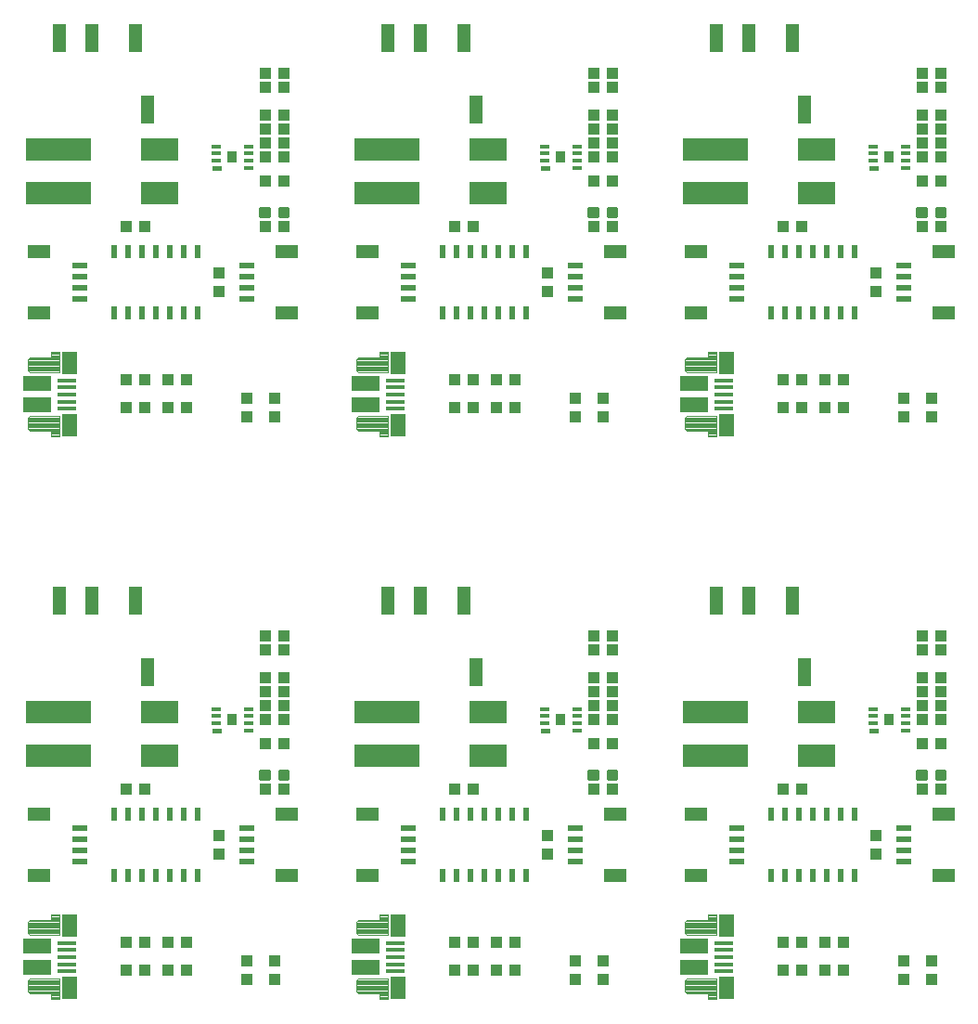
<source format=gtp>
G75*
%MOIN*%
%OFA0B0*%
%FSLAX25Y25*%
%IPPOS*%
%LPD*%
%AMOC8*
5,1,8,0,0,1.08239X$1,22.5*
%
%ADD10R,0.07874X0.04724*%
%ADD11R,0.05315X0.02362*%
%ADD12R,0.04331X0.03937*%
%ADD13C,0.01181*%
%ADD14R,0.03937X0.04331*%
%ADD15R,0.05748X0.07874*%
%ADD16R,0.09843X0.05610*%
%ADD17C,0.00400*%
%ADD18C,0.00197*%
%ADD19R,0.03543X0.03937*%
%ADD20R,0.03346X0.01378*%
%ADD21C,0.00138*%
%ADD22R,0.02362X0.04724*%
%ADD23R,0.13780X0.07874*%
%ADD24R,0.23622X0.07874*%
%ADD25R,0.04724X0.09843*%
D10*
X0050281Y0097476D03*
X0050281Y0119524D03*
X0139219Y0119524D03*
X0139219Y0097476D03*
X0168281Y0097476D03*
X0168281Y0119524D03*
X0257219Y0119524D03*
X0257219Y0097476D03*
X0286281Y0097476D03*
X0286281Y0119524D03*
X0375219Y0119524D03*
X0375219Y0097476D03*
X0375219Y0299476D03*
X0375219Y0321524D03*
X0286281Y0321524D03*
X0286281Y0299476D03*
X0257219Y0299476D03*
X0257219Y0321524D03*
X0168281Y0321524D03*
X0168281Y0299476D03*
X0139219Y0299476D03*
X0139219Y0321524D03*
X0050281Y0321524D03*
X0050281Y0299476D03*
D11*
X0064750Y0304594D03*
X0064750Y0308531D03*
X0064750Y0312469D03*
X0064750Y0316406D03*
X0124750Y0316406D03*
X0124750Y0312469D03*
X0124750Y0308531D03*
X0124750Y0304594D03*
X0182750Y0304594D03*
X0182750Y0308531D03*
X0182750Y0312469D03*
X0182750Y0316406D03*
X0242750Y0316406D03*
X0242750Y0312469D03*
X0242750Y0308531D03*
X0242750Y0304594D03*
X0300750Y0304594D03*
X0300750Y0308531D03*
X0300750Y0312469D03*
X0300750Y0316406D03*
X0360750Y0316406D03*
X0360750Y0312469D03*
X0360750Y0308531D03*
X0360750Y0304594D03*
X0360750Y0114406D03*
X0360750Y0110469D03*
X0360750Y0106531D03*
X0360750Y0102594D03*
X0300750Y0102594D03*
X0300750Y0106531D03*
X0300750Y0110469D03*
X0300750Y0114406D03*
X0242750Y0114406D03*
X0242750Y0110469D03*
X0242750Y0106531D03*
X0242750Y0102594D03*
X0182750Y0102594D03*
X0182750Y0106531D03*
X0182750Y0110469D03*
X0182750Y0114406D03*
X0124750Y0114406D03*
X0124750Y0110469D03*
X0124750Y0106531D03*
X0124750Y0102594D03*
X0064750Y0102594D03*
X0064750Y0106531D03*
X0064750Y0110469D03*
X0064750Y0114406D03*
D12*
X0081404Y0128500D03*
X0088096Y0128500D03*
X0131404Y0128500D03*
X0138096Y0128500D03*
X0138096Y0145000D03*
X0131404Y0145000D03*
X0131404Y0153500D03*
X0131404Y0158500D03*
X0131404Y0163500D03*
X0131404Y0168500D03*
X0138096Y0168500D03*
X0138096Y0163500D03*
X0138096Y0158500D03*
X0138096Y0153500D03*
X0138096Y0178500D03*
X0138096Y0183500D03*
X0131404Y0183500D03*
X0131404Y0178500D03*
X0199404Y0128500D03*
X0206096Y0128500D03*
X0249404Y0128500D03*
X0256096Y0128500D03*
X0256096Y0145000D03*
X0249404Y0145000D03*
X0249404Y0153500D03*
X0249404Y0158500D03*
X0249404Y0163500D03*
X0249404Y0168500D03*
X0256096Y0168500D03*
X0256096Y0163500D03*
X0256096Y0158500D03*
X0256096Y0153500D03*
X0256096Y0178500D03*
X0256096Y0183500D03*
X0249404Y0183500D03*
X0249404Y0178500D03*
X0317404Y0128500D03*
X0324096Y0128500D03*
X0367404Y0128500D03*
X0374096Y0128500D03*
X0374096Y0145000D03*
X0367404Y0145000D03*
X0367404Y0153500D03*
X0367404Y0158500D03*
X0367404Y0163500D03*
X0367404Y0168500D03*
X0374096Y0168500D03*
X0374096Y0163500D03*
X0374096Y0158500D03*
X0374096Y0153500D03*
X0374096Y0178500D03*
X0374096Y0183500D03*
X0367404Y0183500D03*
X0367404Y0178500D03*
X0339096Y0265500D03*
X0332404Y0265500D03*
X0324096Y0265500D03*
X0317404Y0265500D03*
X0317404Y0275500D03*
X0324096Y0275500D03*
X0332404Y0275500D03*
X0339096Y0275500D03*
X0324096Y0330500D03*
X0317404Y0330500D03*
X0367404Y0330500D03*
X0374096Y0330500D03*
X0374096Y0347000D03*
X0367404Y0347000D03*
X0367404Y0355500D03*
X0367404Y0360500D03*
X0367404Y0365500D03*
X0367404Y0370500D03*
X0374096Y0370500D03*
X0374096Y0365500D03*
X0374096Y0360500D03*
X0374096Y0355500D03*
X0374096Y0380500D03*
X0374096Y0385500D03*
X0367404Y0385500D03*
X0367404Y0380500D03*
X0256096Y0380500D03*
X0256096Y0385500D03*
X0249404Y0385500D03*
X0249404Y0380500D03*
X0249404Y0370500D03*
X0249404Y0365500D03*
X0249404Y0360500D03*
X0249404Y0355500D03*
X0256096Y0355500D03*
X0256096Y0360500D03*
X0256096Y0365500D03*
X0256096Y0370500D03*
X0256096Y0347000D03*
X0249404Y0347000D03*
X0249404Y0330500D03*
X0256096Y0330500D03*
X0206096Y0330500D03*
X0199404Y0330500D03*
X0199404Y0275500D03*
X0206096Y0275500D03*
X0214404Y0275500D03*
X0221096Y0275500D03*
X0221096Y0265500D03*
X0214404Y0265500D03*
X0206096Y0265500D03*
X0199404Y0265500D03*
X0138096Y0330500D03*
X0131404Y0330500D03*
X0131404Y0347000D03*
X0138096Y0347000D03*
X0138096Y0355500D03*
X0138096Y0360500D03*
X0138096Y0365500D03*
X0138096Y0370500D03*
X0131404Y0370500D03*
X0131404Y0365500D03*
X0131404Y0360500D03*
X0131404Y0355500D03*
X0131404Y0380500D03*
X0131404Y0385500D03*
X0138096Y0385500D03*
X0138096Y0380500D03*
X0088096Y0330500D03*
X0081404Y0330500D03*
X0081404Y0275500D03*
X0088096Y0275500D03*
X0096404Y0275500D03*
X0103096Y0275500D03*
X0103096Y0265500D03*
X0096404Y0265500D03*
X0088096Y0265500D03*
X0081404Y0265500D03*
X0081404Y0073500D03*
X0088096Y0073500D03*
X0096404Y0073500D03*
X0103096Y0073500D03*
X0103096Y0063500D03*
X0096404Y0063500D03*
X0088096Y0063500D03*
X0081404Y0063500D03*
X0199404Y0063500D03*
X0206096Y0063500D03*
X0214404Y0063500D03*
X0221096Y0063500D03*
X0221096Y0073500D03*
X0214404Y0073500D03*
X0206096Y0073500D03*
X0199404Y0073500D03*
X0317404Y0073500D03*
X0324096Y0073500D03*
X0332404Y0073500D03*
X0339096Y0073500D03*
X0339096Y0063500D03*
X0332404Y0063500D03*
X0324096Y0063500D03*
X0317404Y0063500D03*
D13*
X0368675Y0132122D02*
X0368675Y0134878D01*
X0368675Y0132122D02*
X0365919Y0132122D01*
X0365919Y0134878D01*
X0368675Y0134878D01*
X0368675Y0133302D02*
X0365919Y0133302D01*
X0365919Y0134482D02*
X0368675Y0134482D01*
X0375581Y0134878D02*
X0375581Y0132122D01*
X0372825Y0132122D01*
X0372825Y0134878D01*
X0375581Y0134878D01*
X0375581Y0133302D02*
X0372825Y0133302D01*
X0372825Y0134482D02*
X0375581Y0134482D01*
X0257581Y0134878D02*
X0257581Y0132122D01*
X0254825Y0132122D01*
X0254825Y0134878D01*
X0257581Y0134878D01*
X0257581Y0133302D02*
X0254825Y0133302D01*
X0254825Y0134482D02*
X0257581Y0134482D01*
X0250675Y0134878D02*
X0250675Y0132122D01*
X0247919Y0132122D01*
X0247919Y0134878D01*
X0250675Y0134878D01*
X0250675Y0133302D02*
X0247919Y0133302D01*
X0247919Y0134482D02*
X0250675Y0134482D01*
X0139581Y0134878D02*
X0139581Y0132122D01*
X0136825Y0132122D01*
X0136825Y0134878D01*
X0139581Y0134878D01*
X0139581Y0133302D02*
X0136825Y0133302D01*
X0136825Y0134482D02*
X0139581Y0134482D01*
X0132675Y0134878D02*
X0132675Y0132122D01*
X0129919Y0132122D01*
X0129919Y0134878D01*
X0132675Y0134878D01*
X0132675Y0133302D02*
X0129919Y0133302D01*
X0129919Y0134482D02*
X0132675Y0134482D01*
X0132675Y0334122D02*
X0132675Y0336878D01*
X0132675Y0334122D02*
X0129919Y0334122D01*
X0129919Y0336878D01*
X0132675Y0336878D01*
X0132675Y0335302D02*
X0129919Y0335302D01*
X0129919Y0336482D02*
X0132675Y0336482D01*
X0139581Y0336878D02*
X0139581Y0334122D01*
X0136825Y0334122D01*
X0136825Y0336878D01*
X0139581Y0336878D01*
X0139581Y0335302D02*
X0136825Y0335302D01*
X0136825Y0336482D02*
X0139581Y0336482D01*
X0250675Y0336878D02*
X0250675Y0334122D01*
X0247919Y0334122D01*
X0247919Y0336878D01*
X0250675Y0336878D01*
X0250675Y0335302D02*
X0247919Y0335302D01*
X0247919Y0336482D02*
X0250675Y0336482D01*
X0257581Y0336878D02*
X0257581Y0334122D01*
X0254825Y0334122D01*
X0254825Y0336878D01*
X0257581Y0336878D01*
X0257581Y0335302D02*
X0254825Y0335302D01*
X0254825Y0336482D02*
X0257581Y0336482D01*
X0368675Y0336878D02*
X0368675Y0334122D01*
X0365919Y0334122D01*
X0365919Y0336878D01*
X0368675Y0336878D01*
X0368675Y0335302D02*
X0365919Y0335302D01*
X0365919Y0336482D02*
X0368675Y0336482D01*
X0375581Y0336878D02*
X0375581Y0334122D01*
X0372825Y0334122D01*
X0372825Y0336878D01*
X0375581Y0336878D01*
X0375581Y0335302D02*
X0372825Y0335302D01*
X0372825Y0336482D02*
X0375581Y0336482D01*
D14*
X0350750Y0313846D03*
X0350750Y0307154D03*
X0360750Y0268846D03*
X0360750Y0262154D03*
X0370750Y0262154D03*
X0370750Y0268846D03*
X0252750Y0268846D03*
X0252750Y0262154D03*
X0242750Y0262154D03*
X0242750Y0268846D03*
X0232750Y0307154D03*
X0232750Y0313846D03*
X0134750Y0268846D03*
X0134750Y0262154D03*
X0124750Y0262154D03*
X0124750Y0268846D03*
X0114750Y0307154D03*
X0114750Y0313846D03*
X0114750Y0111846D03*
X0114750Y0105154D03*
X0124750Y0066846D03*
X0124750Y0060154D03*
X0134750Y0060154D03*
X0134750Y0066846D03*
X0232750Y0105154D03*
X0232750Y0111846D03*
X0242750Y0066846D03*
X0242750Y0060154D03*
X0252750Y0060154D03*
X0252750Y0066846D03*
X0350750Y0105154D03*
X0350750Y0111846D03*
X0360750Y0066846D03*
X0360750Y0060154D03*
X0370750Y0060154D03*
X0370750Y0066846D03*
D15*
X0297073Y0057354D03*
X0297073Y0079498D03*
X0179073Y0079498D03*
X0179073Y0057354D03*
X0061073Y0057354D03*
X0061073Y0079498D03*
X0061073Y0259354D03*
X0061073Y0281498D03*
X0179073Y0281498D03*
X0179073Y0259354D03*
X0297073Y0259354D03*
X0297073Y0281498D03*
D16*
X0285439Y0274353D03*
X0285428Y0266578D03*
X0167428Y0266578D03*
X0167439Y0274353D03*
X0049439Y0274353D03*
X0049428Y0266578D03*
X0049439Y0072353D03*
X0049428Y0064578D03*
X0167428Y0064578D03*
X0167439Y0072353D03*
X0285439Y0072353D03*
X0285428Y0064578D03*
D17*
X0057430Y0053170D02*
X0054330Y0053170D01*
X0054330Y0055070D01*
X0054322Y0055108D01*
X0054301Y0055141D01*
X0054268Y0055162D01*
X0054230Y0055170D01*
X0047330Y0055170D01*
X0047063Y0055200D01*
X0046809Y0055289D01*
X0046582Y0055432D01*
X0046392Y0055622D01*
X0046249Y0055849D01*
X0046160Y0056103D01*
X0046130Y0056370D01*
X0046130Y0059270D01*
X0046163Y0059559D01*
X0046259Y0059834D01*
X0046414Y0060081D01*
X0046619Y0060286D01*
X0046866Y0060441D01*
X0047141Y0060537D01*
X0047430Y0060570D01*
X0057430Y0060570D01*
X0057430Y0053170D01*
X0057430Y0053208D02*
X0054330Y0053208D01*
X0054330Y0053606D02*
X0057430Y0053606D01*
X0057430Y0054005D02*
X0054330Y0054005D01*
X0054330Y0054403D02*
X0057430Y0054403D01*
X0057430Y0054802D02*
X0054330Y0054802D01*
X0057430Y0055200D02*
X0047062Y0055200D01*
X0046415Y0055599D02*
X0057430Y0055599D01*
X0057430Y0055997D02*
X0046197Y0055997D01*
X0046130Y0056396D02*
X0057430Y0056396D01*
X0057430Y0056794D02*
X0046130Y0056794D01*
X0046130Y0057193D02*
X0057430Y0057193D01*
X0057430Y0057591D02*
X0046130Y0057591D01*
X0046130Y0057990D02*
X0057430Y0057990D01*
X0057430Y0058388D02*
X0046130Y0058388D01*
X0046130Y0058787D02*
X0057430Y0058787D01*
X0057430Y0059185D02*
X0046130Y0059185D01*
X0046171Y0059584D02*
X0057430Y0059584D01*
X0057430Y0059982D02*
X0046352Y0059982D01*
X0046770Y0060381D02*
X0057430Y0060381D01*
X0057430Y0076233D02*
X0047430Y0076233D01*
X0047141Y0076266D01*
X0046866Y0076362D01*
X0046619Y0076517D01*
X0046414Y0076723D01*
X0046259Y0076969D01*
X0046163Y0077244D01*
X0046130Y0077533D01*
X0046130Y0080433D01*
X0046160Y0080700D01*
X0046249Y0080954D01*
X0046392Y0081181D01*
X0046582Y0081371D01*
X0046809Y0081514D01*
X0047063Y0081603D01*
X0047330Y0081633D01*
X0054230Y0081633D01*
X0054268Y0081641D01*
X0054301Y0081662D01*
X0054322Y0081695D01*
X0054330Y0081733D01*
X0054330Y0083633D01*
X0057430Y0083633D01*
X0057430Y0076233D01*
X0057430Y0076321D02*
X0046982Y0076321D01*
X0046416Y0076720D02*
X0057430Y0076720D01*
X0057430Y0077118D02*
X0046207Y0077118D01*
X0046132Y0077517D02*
X0057430Y0077517D01*
X0057430Y0077915D02*
X0046130Y0077915D01*
X0046130Y0078314D02*
X0057430Y0078314D01*
X0057430Y0078712D02*
X0046130Y0078712D01*
X0046130Y0079111D02*
X0057430Y0079111D01*
X0057430Y0079509D02*
X0046130Y0079509D01*
X0046130Y0079908D02*
X0057430Y0079908D01*
X0057430Y0080306D02*
X0046130Y0080306D01*
X0046162Y0080705D02*
X0057430Y0080705D01*
X0057430Y0081103D02*
X0046343Y0081103D01*
X0046790Y0081502D02*
X0057430Y0081502D01*
X0057430Y0081901D02*
X0054330Y0081901D01*
X0054330Y0082299D02*
X0057430Y0082299D01*
X0057430Y0082698D02*
X0054330Y0082698D01*
X0054330Y0083096D02*
X0057430Y0083096D01*
X0057430Y0083495D02*
X0054330Y0083495D01*
X0164130Y0080433D02*
X0164130Y0077533D01*
X0164163Y0077244D01*
X0164259Y0076969D01*
X0164414Y0076723D01*
X0164619Y0076517D01*
X0164866Y0076362D01*
X0165141Y0076266D01*
X0165430Y0076233D01*
X0175430Y0076233D01*
X0175430Y0083633D01*
X0172330Y0083633D01*
X0172330Y0081733D01*
X0172322Y0081695D01*
X0172301Y0081662D01*
X0172268Y0081641D01*
X0172230Y0081633D01*
X0165330Y0081633D01*
X0165063Y0081603D01*
X0164809Y0081514D01*
X0164582Y0081371D01*
X0164392Y0081181D01*
X0164249Y0080954D01*
X0164160Y0080700D01*
X0164130Y0080433D01*
X0164130Y0080306D02*
X0175430Y0080306D01*
X0175430Y0079908D02*
X0164130Y0079908D01*
X0164130Y0079509D02*
X0175430Y0079509D01*
X0175430Y0079111D02*
X0164130Y0079111D01*
X0164130Y0078712D02*
X0175430Y0078712D01*
X0175430Y0078314D02*
X0164130Y0078314D01*
X0164130Y0077915D02*
X0175430Y0077915D01*
X0175430Y0077517D02*
X0164132Y0077517D01*
X0164207Y0077118D02*
X0175430Y0077118D01*
X0175430Y0076720D02*
X0164416Y0076720D01*
X0164982Y0076321D02*
X0175430Y0076321D01*
X0175430Y0080705D02*
X0164162Y0080705D01*
X0164343Y0081103D02*
X0175430Y0081103D01*
X0175430Y0081502D02*
X0164790Y0081502D01*
X0172330Y0081901D02*
X0175430Y0081901D01*
X0175430Y0082299D02*
X0172330Y0082299D01*
X0172330Y0082698D02*
X0175430Y0082698D01*
X0175430Y0083096D02*
X0172330Y0083096D01*
X0172330Y0083495D02*
X0175430Y0083495D01*
X0175430Y0060570D02*
X0165430Y0060570D01*
X0165141Y0060537D01*
X0164866Y0060441D01*
X0164619Y0060286D01*
X0164414Y0060081D01*
X0164259Y0059834D01*
X0164163Y0059559D01*
X0164130Y0059270D01*
X0164130Y0056370D01*
X0164160Y0056103D01*
X0164249Y0055849D01*
X0164392Y0055622D01*
X0164582Y0055432D01*
X0164809Y0055289D01*
X0165063Y0055200D01*
X0165330Y0055170D01*
X0172230Y0055170D01*
X0172268Y0055162D01*
X0172301Y0055141D01*
X0172322Y0055108D01*
X0172330Y0055070D01*
X0172330Y0053170D01*
X0175430Y0053170D01*
X0175430Y0060570D01*
X0175430Y0060381D02*
X0164770Y0060381D01*
X0164352Y0059982D02*
X0175430Y0059982D01*
X0175430Y0059584D02*
X0164171Y0059584D01*
X0164130Y0059185D02*
X0175430Y0059185D01*
X0175430Y0058787D02*
X0164130Y0058787D01*
X0164130Y0058388D02*
X0175430Y0058388D01*
X0175430Y0057990D02*
X0164130Y0057990D01*
X0164130Y0057591D02*
X0175430Y0057591D01*
X0175430Y0057193D02*
X0164130Y0057193D01*
X0164130Y0056794D02*
X0175430Y0056794D01*
X0175430Y0056396D02*
X0164130Y0056396D01*
X0164197Y0055997D02*
X0175430Y0055997D01*
X0175430Y0055599D02*
X0164415Y0055599D01*
X0165062Y0055200D02*
X0175430Y0055200D01*
X0175430Y0054802D02*
X0172330Y0054802D01*
X0172330Y0054403D02*
X0175430Y0054403D01*
X0175430Y0054005D02*
X0172330Y0054005D01*
X0172330Y0053606D02*
X0175430Y0053606D01*
X0175430Y0053208D02*
X0172330Y0053208D01*
X0282130Y0056370D02*
X0282160Y0056103D01*
X0282249Y0055849D01*
X0282392Y0055622D01*
X0282582Y0055432D01*
X0282809Y0055289D01*
X0283063Y0055200D01*
X0283330Y0055170D01*
X0290230Y0055170D01*
X0290268Y0055162D01*
X0290301Y0055141D01*
X0290322Y0055108D01*
X0290330Y0055070D01*
X0290330Y0053170D01*
X0293430Y0053170D01*
X0293430Y0060570D01*
X0283430Y0060570D01*
X0283141Y0060537D01*
X0282866Y0060441D01*
X0282619Y0060286D01*
X0282414Y0060081D01*
X0282259Y0059834D01*
X0282163Y0059559D01*
X0282130Y0059270D01*
X0282130Y0056370D01*
X0282130Y0056396D02*
X0293430Y0056396D01*
X0293430Y0056794D02*
X0282130Y0056794D01*
X0282130Y0057193D02*
X0293430Y0057193D01*
X0293430Y0057591D02*
X0282130Y0057591D01*
X0282130Y0057990D02*
X0293430Y0057990D01*
X0293430Y0058388D02*
X0282130Y0058388D01*
X0282130Y0058787D02*
X0293430Y0058787D01*
X0293430Y0059185D02*
X0282130Y0059185D01*
X0282171Y0059584D02*
X0293430Y0059584D01*
X0293430Y0059982D02*
X0282352Y0059982D01*
X0282770Y0060381D02*
X0293430Y0060381D01*
X0293430Y0055997D02*
X0282197Y0055997D01*
X0282415Y0055599D02*
X0293430Y0055599D01*
X0293430Y0055200D02*
X0283062Y0055200D01*
X0290330Y0054802D02*
X0293430Y0054802D01*
X0293430Y0054403D02*
X0290330Y0054403D01*
X0290330Y0054005D02*
X0293430Y0054005D01*
X0293430Y0053606D02*
X0290330Y0053606D01*
X0290330Y0053208D02*
X0293430Y0053208D01*
X0293430Y0076233D02*
X0283430Y0076233D01*
X0283141Y0076266D01*
X0282866Y0076362D01*
X0282619Y0076517D01*
X0282414Y0076723D01*
X0282259Y0076969D01*
X0282163Y0077244D01*
X0282130Y0077533D01*
X0282130Y0080433D01*
X0282160Y0080700D01*
X0282249Y0080954D01*
X0282392Y0081181D01*
X0282582Y0081371D01*
X0282809Y0081514D01*
X0283063Y0081603D01*
X0283330Y0081633D01*
X0290230Y0081633D01*
X0290268Y0081641D01*
X0290301Y0081662D01*
X0290322Y0081695D01*
X0290330Y0081733D01*
X0290330Y0083633D01*
X0293430Y0083633D01*
X0293430Y0076233D01*
X0293430Y0076321D02*
X0282982Y0076321D01*
X0282416Y0076720D02*
X0293430Y0076720D01*
X0293430Y0077118D02*
X0282207Y0077118D01*
X0282132Y0077517D02*
X0293430Y0077517D01*
X0293430Y0077915D02*
X0282130Y0077915D01*
X0282130Y0078314D02*
X0293430Y0078314D01*
X0293430Y0078712D02*
X0282130Y0078712D01*
X0282130Y0079111D02*
X0293430Y0079111D01*
X0293430Y0079509D02*
X0282130Y0079509D01*
X0282130Y0079908D02*
X0293430Y0079908D01*
X0293430Y0080306D02*
X0282130Y0080306D01*
X0282162Y0080705D02*
X0293430Y0080705D01*
X0293430Y0081103D02*
X0282343Y0081103D01*
X0282790Y0081502D02*
X0293430Y0081502D01*
X0293430Y0081901D02*
X0290330Y0081901D01*
X0290330Y0082299D02*
X0293430Y0082299D01*
X0293430Y0082698D02*
X0290330Y0082698D01*
X0290330Y0083096D02*
X0293430Y0083096D01*
X0293430Y0083495D02*
X0290330Y0083495D01*
X0290330Y0255170D02*
X0293430Y0255170D01*
X0293430Y0262570D01*
X0283430Y0262570D01*
X0283141Y0262537D01*
X0282866Y0262441D01*
X0282619Y0262286D01*
X0282414Y0262081D01*
X0282259Y0261834D01*
X0282163Y0261559D01*
X0282130Y0261270D01*
X0282130Y0258370D01*
X0282160Y0258103D01*
X0282249Y0257849D01*
X0282392Y0257622D01*
X0282582Y0257432D01*
X0282809Y0257289D01*
X0283063Y0257200D01*
X0283330Y0257170D01*
X0290230Y0257170D01*
X0290268Y0257162D01*
X0290301Y0257141D01*
X0290322Y0257108D01*
X0290330Y0257070D01*
X0290330Y0255170D01*
X0290330Y0255253D02*
X0293430Y0255253D01*
X0293430Y0255651D02*
X0290330Y0255651D01*
X0290330Y0256050D02*
X0293430Y0256050D01*
X0293430Y0256448D02*
X0290330Y0256448D01*
X0290330Y0256847D02*
X0293430Y0256847D01*
X0293430Y0257245D02*
X0282933Y0257245D01*
X0282378Y0257644D02*
X0293430Y0257644D01*
X0293430Y0258043D02*
X0282181Y0258043D01*
X0282130Y0258441D02*
X0293430Y0258441D01*
X0293430Y0258840D02*
X0282130Y0258840D01*
X0282130Y0259238D02*
X0293430Y0259238D01*
X0293430Y0259637D02*
X0282130Y0259637D01*
X0282130Y0260035D02*
X0293430Y0260035D01*
X0293430Y0260434D02*
X0282130Y0260434D01*
X0282130Y0260832D02*
X0293430Y0260832D01*
X0293430Y0261231D02*
X0282130Y0261231D01*
X0282187Y0261629D02*
X0293430Y0261629D01*
X0293430Y0262028D02*
X0282380Y0262028D01*
X0282842Y0262426D02*
X0293430Y0262426D01*
X0293430Y0278233D02*
X0283430Y0278233D01*
X0283141Y0278266D01*
X0282866Y0278362D01*
X0282619Y0278517D01*
X0282414Y0278723D01*
X0282259Y0278969D01*
X0282163Y0279244D01*
X0282130Y0279533D01*
X0282130Y0282433D01*
X0282160Y0282700D01*
X0282249Y0282954D01*
X0282392Y0283181D01*
X0282582Y0283371D01*
X0282809Y0283514D01*
X0283063Y0283603D01*
X0283330Y0283633D01*
X0290230Y0283633D01*
X0290268Y0283641D01*
X0290301Y0283662D01*
X0290322Y0283695D01*
X0290330Y0283733D01*
X0290330Y0285633D01*
X0293430Y0285633D01*
X0293430Y0278233D01*
X0293430Y0278367D02*
X0282858Y0278367D01*
X0282387Y0278765D02*
X0293430Y0278765D01*
X0293430Y0279164D02*
X0282191Y0279164D01*
X0282130Y0279562D02*
X0293430Y0279562D01*
X0293430Y0279961D02*
X0282130Y0279961D01*
X0282130Y0280359D02*
X0293430Y0280359D01*
X0293430Y0280758D02*
X0282130Y0280758D01*
X0282130Y0281156D02*
X0293430Y0281156D01*
X0293430Y0281555D02*
X0282130Y0281555D01*
X0282130Y0281953D02*
X0293430Y0281953D01*
X0293430Y0282352D02*
X0282130Y0282352D01*
X0282178Y0282750D02*
X0293430Y0282750D01*
X0293430Y0283149D02*
X0282371Y0283149D01*
X0282903Y0283547D02*
X0293430Y0283547D01*
X0293430Y0283946D02*
X0290330Y0283946D01*
X0290330Y0284344D02*
X0293430Y0284344D01*
X0293430Y0284743D02*
X0290330Y0284743D01*
X0290330Y0285141D02*
X0293430Y0285141D01*
X0293430Y0285540D02*
X0290330Y0285540D01*
X0175430Y0285540D02*
X0172330Y0285540D01*
X0172330Y0285633D02*
X0175430Y0285633D01*
X0175430Y0278233D01*
X0165430Y0278233D01*
X0165141Y0278266D01*
X0164866Y0278362D01*
X0164619Y0278517D01*
X0164414Y0278723D01*
X0164259Y0278969D01*
X0164163Y0279244D01*
X0164130Y0279533D01*
X0164130Y0282433D01*
X0164160Y0282700D01*
X0164249Y0282954D01*
X0164392Y0283181D01*
X0164582Y0283371D01*
X0164809Y0283514D01*
X0165063Y0283603D01*
X0165330Y0283633D01*
X0172230Y0283633D01*
X0172268Y0283641D01*
X0172301Y0283662D01*
X0172322Y0283695D01*
X0172330Y0283733D01*
X0172330Y0285633D01*
X0172330Y0285141D02*
X0175430Y0285141D01*
X0175430Y0284743D02*
X0172330Y0284743D01*
X0172330Y0284344D02*
X0175430Y0284344D01*
X0175430Y0283946D02*
X0172330Y0283946D01*
X0175430Y0283547D02*
X0164903Y0283547D01*
X0164371Y0283149D02*
X0175430Y0283149D01*
X0175430Y0282750D02*
X0164178Y0282750D01*
X0164130Y0282352D02*
X0175430Y0282352D01*
X0175430Y0281953D02*
X0164130Y0281953D01*
X0164130Y0281555D02*
X0175430Y0281555D01*
X0175430Y0281156D02*
X0164130Y0281156D01*
X0164130Y0280758D02*
X0175430Y0280758D01*
X0175430Y0280359D02*
X0164130Y0280359D01*
X0164130Y0279961D02*
X0175430Y0279961D01*
X0175430Y0279562D02*
X0164130Y0279562D01*
X0164191Y0279164D02*
X0175430Y0279164D01*
X0175430Y0278765D02*
X0164387Y0278765D01*
X0164858Y0278367D02*
X0175430Y0278367D01*
X0175430Y0262570D02*
X0165430Y0262570D01*
X0165141Y0262537D01*
X0164866Y0262441D01*
X0164619Y0262286D01*
X0164414Y0262081D01*
X0164259Y0261834D01*
X0164163Y0261559D01*
X0164130Y0261270D01*
X0164130Y0258370D01*
X0164160Y0258103D01*
X0164249Y0257849D01*
X0164392Y0257622D01*
X0164582Y0257432D01*
X0164809Y0257289D01*
X0165063Y0257200D01*
X0165330Y0257170D01*
X0172230Y0257170D01*
X0172268Y0257162D01*
X0172301Y0257141D01*
X0172322Y0257108D01*
X0172330Y0257070D01*
X0172330Y0255170D01*
X0175430Y0255170D01*
X0175430Y0262570D01*
X0175430Y0262426D02*
X0164842Y0262426D01*
X0164380Y0262028D02*
X0175430Y0262028D01*
X0175430Y0261629D02*
X0164187Y0261629D01*
X0164130Y0261231D02*
X0175430Y0261231D01*
X0175430Y0260832D02*
X0164130Y0260832D01*
X0164130Y0260434D02*
X0175430Y0260434D01*
X0175430Y0260035D02*
X0164130Y0260035D01*
X0164130Y0259637D02*
X0175430Y0259637D01*
X0175430Y0259238D02*
X0164130Y0259238D01*
X0164130Y0258840D02*
X0175430Y0258840D01*
X0175430Y0258441D02*
X0164130Y0258441D01*
X0164181Y0258043D02*
X0175430Y0258043D01*
X0175430Y0257644D02*
X0164378Y0257644D01*
X0164933Y0257245D02*
X0175430Y0257245D01*
X0175430Y0256847D02*
X0172330Y0256847D01*
X0172330Y0256448D02*
X0175430Y0256448D01*
X0175430Y0256050D02*
X0172330Y0256050D01*
X0172330Y0255651D02*
X0175430Y0255651D01*
X0175430Y0255253D02*
X0172330Y0255253D01*
X0057430Y0255253D02*
X0054330Y0255253D01*
X0054330Y0255170D02*
X0057430Y0255170D01*
X0057430Y0262570D01*
X0047430Y0262570D01*
X0047141Y0262537D01*
X0046866Y0262441D01*
X0046619Y0262286D01*
X0046414Y0262081D01*
X0046259Y0261834D01*
X0046163Y0261559D01*
X0046130Y0261270D01*
X0046130Y0258370D01*
X0046160Y0258103D01*
X0046249Y0257849D01*
X0046392Y0257622D01*
X0046582Y0257432D01*
X0046809Y0257289D01*
X0047063Y0257200D01*
X0047330Y0257170D01*
X0054230Y0257170D01*
X0054268Y0257162D01*
X0054301Y0257141D01*
X0054322Y0257108D01*
X0054330Y0257070D01*
X0054330Y0255170D01*
X0054330Y0255651D02*
X0057430Y0255651D01*
X0057430Y0256050D02*
X0054330Y0256050D01*
X0054330Y0256448D02*
X0057430Y0256448D01*
X0057430Y0256847D02*
X0054330Y0256847D01*
X0057430Y0257245D02*
X0046933Y0257245D01*
X0046378Y0257644D02*
X0057430Y0257644D01*
X0057430Y0258043D02*
X0046181Y0258043D01*
X0046130Y0258441D02*
X0057430Y0258441D01*
X0057430Y0258840D02*
X0046130Y0258840D01*
X0046130Y0259238D02*
X0057430Y0259238D01*
X0057430Y0259637D02*
X0046130Y0259637D01*
X0046130Y0260035D02*
X0057430Y0260035D01*
X0057430Y0260434D02*
X0046130Y0260434D01*
X0046130Y0260832D02*
X0057430Y0260832D01*
X0057430Y0261231D02*
X0046130Y0261231D01*
X0046187Y0261629D02*
X0057430Y0261629D01*
X0057430Y0262028D02*
X0046380Y0262028D01*
X0046842Y0262426D02*
X0057430Y0262426D01*
X0057430Y0278233D02*
X0047430Y0278233D01*
X0047141Y0278266D01*
X0046866Y0278362D01*
X0046619Y0278517D01*
X0046414Y0278723D01*
X0046259Y0278969D01*
X0046163Y0279244D01*
X0046130Y0279533D01*
X0046130Y0282433D01*
X0046160Y0282700D01*
X0046249Y0282954D01*
X0046392Y0283181D01*
X0046582Y0283371D01*
X0046809Y0283514D01*
X0047063Y0283603D01*
X0047330Y0283633D01*
X0054230Y0283633D01*
X0054268Y0283641D01*
X0054301Y0283662D01*
X0054322Y0283695D01*
X0054330Y0283733D01*
X0054330Y0285633D01*
X0057430Y0285633D01*
X0057430Y0278233D01*
X0057430Y0278367D02*
X0046858Y0278367D01*
X0046387Y0278765D02*
X0057430Y0278765D01*
X0057430Y0279164D02*
X0046191Y0279164D01*
X0046130Y0279562D02*
X0057430Y0279562D01*
X0057430Y0279961D02*
X0046130Y0279961D01*
X0046130Y0280359D02*
X0057430Y0280359D01*
X0057430Y0280758D02*
X0046130Y0280758D01*
X0046130Y0281156D02*
X0057430Y0281156D01*
X0057430Y0281555D02*
X0046130Y0281555D01*
X0046130Y0281953D02*
X0057430Y0281953D01*
X0057430Y0282352D02*
X0046130Y0282352D01*
X0046178Y0282750D02*
X0057430Y0282750D01*
X0057430Y0283149D02*
X0046371Y0283149D01*
X0046903Y0283547D02*
X0057430Y0283547D01*
X0057430Y0283946D02*
X0054330Y0283946D01*
X0054330Y0284344D02*
X0057430Y0284344D01*
X0057430Y0284743D02*
X0054330Y0284743D01*
X0054330Y0285141D02*
X0057430Y0285141D01*
X0057430Y0285540D02*
X0054330Y0285540D01*
D18*
X0056773Y0276006D02*
X0063191Y0276006D01*
X0063191Y0275022D01*
X0056773Y0275022D01*
X0056773Y0276006D01*
X0056773Y0275828D02*
X0063191Y0275828D01*
X0063191Y0275633D02*
X0056773Y0275633D01*
X0056773Y0275437D02*
X0063191Y0275437D01*
X0063191Y0275242D02*
X0056773Y0275242D01*
X0056773Y0275046D02*
X0063191Y0275046D01*
X0063191Y0273487D02*
X0056773Y0273487D01*
X0056773Y0272502D01*
X0063191Y0272502D01*
X0063191Y0273487D01*
X0063191Y0273484D02*
X0056773Y0273484D01*
X0056773Y0273288D02*
X0063191Y0273288D01*
X0063191Y0273093D02*
X0056773Y0273093D01*
X0056773Y0272898D02*
X0063191Y0272898D01*
X0063191Y0272702D02*
X0056773Y0272702D01*
X0056773Y0272507D02*
X0063191Y0272507D01*
X0063230Y0270927D02*
X0056813Y0270927D01*
X0056813Y0269943D01*
X0063230Y0269943D01*
X0063230Y0270927D01*
X0063230Y0270749D02*
X0056813Y0270749D01*
X0056813Y0270553D02*
X0063230Y0270553D01*
X0063230Y0270358D02*
X0056813Y0270358D01*
X0056813Y0270162D02*
X0063230Y0270162D01*
X0063230Y0269967D02*
X0056813Y0269967D01*
X0056813Y0268329D02*
X0063230Y0268329D01*
X0063230Y0267345D01*
X0056813Y0267345D01*
X0056813Y0268329D01*
X0056813Y0268209D02*
X0063230Y0268209D01*
X0063230Y0268013D02*
X0056813Y0268013D01*
X0056813Y0267818D02*
X0063230Y0267818D01*
X0063230Y0267623D02*
X0056813Y0267623D01*
X0056813Y0267427D02*
X0063230Y0267427D01*
X0063191Y0265770D02*
X0056773Y0265770D01*
X0056773Y0264786D01*
X0063191Y0264786D01*
X0063191Y0265770D01*
X0063191Y0265669D02*
X0056773Y0265669D01*
X0056773Y0265474D02*
X0063191Y0265474D01*
X0063191Y0265278D02*
X0056773Y0265278D01*
X0056773Y0265083D02*
X0063191Y0265083D01*
X0063191Y0264888D02*
X0056773Y0264888D01*
X0174773Y0264888D02*
X0181191Y0264888D01*
X0181191Y0264786D02*
X0174773Y0264786D01*
X0174773Y0265770D01*
X0181191Y0265770D01*
X0181191Y0264786D01*
X0181191Y0265083D02*
X0174773Y0265083D01*
X0174773Y0265278D02*
X0181191Y0265278D01*
X0181191Y0265474D02*
X0174773Y0265474D01*
X0174773Y0265669D02*
X0181191Y0265669D01*
X0181230Y0267345D02*
X0174813Y0267345D01*
X0174813Y0268329D01*
X0181230Y0268329D01*
X0181230Y0267345D01*
X0181230Y0267427D02*
X0174813Y0267427D01*
X0174813Y0267623D02*
X0181230Y0267623D01*
X0181230Y0267818D02*
X0174813Y0267818D01*
X0174813Y0268013D02*
X0181230Y0268013D01*
X0181230Y0268209D02*
X0174813Y0268209D01*
X0174813Y0269943D02*
X0174813Y0270927D01*
X0181230Y0270927D01*
X0181230Y0269943D01*
X0174813Y0269943D01*
X0174813Y0269967D02*
X0181230Y0269967D01*
X0181230Y0270162D02*
X0174813Y0270162D01*
X0174813Y0270358D02*
X0181230Y0270358D01*
X0181230Y0270553D02*
X0174813Y0270553D01*
X0174813Y0270749D02*
X0181230Y0270749D01*
X0181191Y0272502D02*
X0174773Y0272502D01*
X0174773Y0273487D01*
X0181191Y0273487D01*
X0181191Y0272502D01*
X0181191Y0272507D02*
X0174773Y0272507D01*
X0174773Y0272702D02*
X0181191Y0272702D01*
X0181191Y0272898D02*
X0174773Y0272898D01*
X0174773Y0273093D02*
X0181191Y0273093D01*
X0181191Y0273288D02*
X0174773Y0273288D01*
X0174773Y0273484D02*
X0181191Y0273484D01*
X0181191Y0275022D02*
X0174773Y0275022D01*
X0174773Y0276006D01*
X0181191Y0276006D01*
X0181191Y0275022D01*
X0181191Y0275046D02*
X0174773Y0275046D01*
X0174773Y0275242D02*
X0181191Y0275242D01*
X0181191Y0275437D02*
X0174773Y0275437D01*
X0174773Y0275633D02*
X0181191Y0275633D01*
X0181191Y0275828D02*
X0174773Y0275828D01*
X0292773Y0275828D02*
X0299191Y0275828D01*
X0299191Y0276006D02*
X0292773Y0276006D01*
X0292773Y0275022D01*
X0299191Y0275022D01*
X0299191Y0276006D01*
X0299191Y0275633D02*
X0292773Y0275633D01*
X0292773Y0275437D02*
X0299191Y0275437D01*
X0299191Y0275242D02*
X0292773Y0275242D01*
X0292773Y0275046D02*
X0299191Y0275046D01*
X0299191Y0273487D02*
X0292773Y0273487D01*
X0292773Y0272502D01*
X0299191Y0272502D01*
X0299191Y0273487D01*
X0299191Y0273484D02*
X0292773Y0273484D01*
X0292773Y0273288D02*
X0299191Y0273288D01*
X0299191Y0273093D02*
X0292773Y0273093D01*
X0292773Y0272898D02*
X0299191Y0272898D01*
X0299191Y0272702D02*
X0292773Y0272702D01*
X0292773Y0272507D02*
X0299191Y0272507D01*
X0299230Y0270927D02*
X0292813Y0270927D01*
X0292813Y0269943D01*
X0299230Y0269943D01*
X0299230Y0270927D01*
X0299230Y0270749D02*
X0292813Y0270749D01*
X0292813Y0270553D02*
X0299230Y0270553D01*
X0299230Y0270358D02*
X0292813Y0270358D01*
X0292813Y0270162D02*
X0299230Y0270162D01*
X0299230Y0269967D02*
X0292813Y0269967D01*
X0292813Y0268329D02*
X0299230Y0268329D01*
X0299230Y0267345D01*
X0292813Y0267345D01*
X0292813Y0268329D01*
X0292813Y0268209D02*
X0299230Y0268209D01*
X0299230Y0268013D02*
X0292813Y0268013D01*
X0292813Y0267818D02*
X0299230Y0267818D01*
X0299230Y0267623D02*
X0292813Y0267623D01*
X0292813Y0267427D02*
X0299230Y0267427D01*
X0299191Y0265770D02*
X0292773Y0265770D01*
X0292773Y0264786D01*
X0299191Y0264786D01*
X0299191Y0265770D01*
X0299191Y0265669D02*
X0292773Y0265669D01*
X0292773Y0265474D02*
X0299191Y0265474D01*
X0299191Y0265278D02*
X0292773Y0265278D01*
X0292773Y0265083D02*
X0299191Y0265083D01*
X0299191Y0264888D02*
X0292773Y0264888D01*
X0292773Y0074006D02*
X0299191Y0074006D01*
X0299191Y0073022D01*
X0292773Y0073022D01*
X0292773Y0074006D01*
X0292773Y0073824D02*
X0299191Y0073824D01*
X0299191Y0073629D02*
X0292773Y0073629D01*
X0292773Y0073433D02*
X0299191Y0073433D01*
X0299191Y0073238D02*
X0292773Y0073238D01*
X0292773Y0073042D02*
X0299191Y0073042D01*
X0299191Y0071487D02*
X0292773Y0071487D01*
X0292773Y0070502D01*
X0299191Y0070502D01*
X0299191Y0071487D01*
X0299191Y0071480D02*
X0292773Y0071480D01*
X0292773Y0071284D02*
X0299191Y0071284D01*
X0299191Y0071089D02*
X0292773Y0071089D01*
X0292773Y0070893D02*
X0299191Y0070893D01*
X0299191Y0070698D02*
X0292773Y0070698D01*
X0292773Y0070503D02*
X0299191Y0070503D01*
X0299230Y0068927D02*
X0292813Y0068927D01*
X0292813Y0067943D01*
X0299230Y0067943D01*
X0299230Y0068927D01*
X0299230Y0068745D02*
X0292813Y0068745D01*
X0292813Y0068549D02*
X0299230Y0068549D01*
X0299230Y0068354D02*
X0292813Y0068354D01*
X0292813Y0068158D02*
X0299230Y0068158D01*
X0299230Y0067963D02*
X0292813Y0067963D01*
X0292813Y0066329D02*
X0299230Y0066329D01*
X0299230Y0065345D01*
X0292813Y0065345D01*
X0292813Y0066329D01*
X0292813Y0066205D02*
X0299230Y0066205D01*
X0299230Y0066009D02*
X0292813Y0066009D01*
X0292813Y0065814D02*
X0299230Y0065814D01*
X0299230Y0065619D02*
X0292813Y0065619D01*
X0292813Y0065423D02*
X0299230Y0065423D01*
X0299191Y0063770D02*
X0292773Y0063770D01*
X0292773Y0062786D01*
X0299191Y0062786D01*
X0299191Y0063770D01*
X0299191Y0063665D02*
X0292773Y0063665D01*
X0292773Y0063470D02*
X0299191Y0063470D01*
X0299191Y0063274D02*
X0292773Y0063274D01*
X0292773Y0063079D02*
X0299191Y0063079D01*
X0299191Y0062884D02*
X0292773Y0062884D01*
X0181230Y0065345D02*
X0174813Y0065345D01*
X0174813Y0066329D01*
X0181230Y0066329D01*
X0181230Y0065345D01*
X0181230Y0065423D02*
X0174813Y0065423D01*
X0174813Y0065619D02*
X0181230Y0065619D01*
X0181230Y0065814D02*
X0174813Y0065814D01*
X0174813Y0066009D02*
X0181230Y0066009D01*
X0181230Y0066205D02*
X0174813Y0066205D01*
X0174813Y0067943D02*
X0174813Y0068927D01*
X0181230Y0068927D01*
X0181230Y0067943D01*
X0174813Y0067943D01*
X0174813Y0067963D02*
X0181230Y0067963D01*
X0181230Y0068158D02*
X0174813Y0068158D01*
X0174813Y0068354D02*
X0181230Y0068354D01*
X0181230Y0068549D02*
X0174813Y0068549D01*
X0174813Y0068745D02*
X0181230Y0068745D01*
X0181191Y0070502D02*
X0174773Y0070502D01*
X0174773Y0071487D01*
X0181191Y0071487D01*
X0181191Y0070502D01*
X0181191Y0070503D02*
X0174773Y0070503D01*
X0174773Y0070698D02*
X0181191Y0070698D01*
X0181191Y0070893D02*
X0174773Y0070893D01*
X0174773Y0071089D02*
X0181191Y0071089D01*
X0181191Y0071284D02*
X0174773Y0071284D01*
X0174773Y0071480D02*
X0181191Y0071480D01*
X0181191Y0073022D02*
X0174773Y0073022D01*
X0174773Y0074006D01*
X0181191Y0074006D01*
X0181191Y0073022D01*
X0181191Y0073042D02*
X0174773Y0073042D01*
X0174773Y0073238D02*
X0181191Y0073238D01*
X0181191Y0073433D02*
X0174773Y0073433D01*
X0174773Y0073629D02*
X0181191Y0073629D01*
X0181191Y0073824D02*
X0174773Y0073824D01*
X0174773Y0063770D02*
X0181191Y0063770D01*
X0181191Y0062786D01*
X0174773Y0062786D01*
X0174773Y0063770D01*
X0174773Y0063665D02*
X0181191Y0063665D01*
X0181191Y0063470D02*
X0174773Y0063470D01*
X0174773Y0063274D02*
X0181191Y0063274D01*
X0181191Y0063079D02*
X0174773Y0063079D01*
X0174773Y0062884D02*
X0181191Y0062884D01*
X0063230Y0065345D02*
X0056813Y0065345D01*
X0056813Y0066329D01*
X0063230Y0066329D01*
X0063230Y0065345D01*
X0063230Y0065423D02*
X0056813Y0065423D01*
X0056813Y0065619D02*
X0063230Y0065619D01*
X0063230Y0065814D02*
X0056813Y0065814D01*
X0056813Y0066009D02*
X0063230Y0066009D01*
X0063230Y0066205D02*
X0056813Y0066205D01*
X0056813Y0067943D02*
X0056813Y0068927D01*
X0063230Y0068927D01*
X0063230Y0067943D01*
X0056813Y0067943D01*
X0056813Y0067963D02*
X0063230Y0067963D01*
X0063230Y0068158D02*
X0056813Y0068158D01*
X0056813Y0068354D02*
X0063230Y0068354D01*
X0063230Y0068549D02*
X0056813Y0068549D01*
X0056813Y0068745D02*
X0063230Y0068745D01*
X0063191Y0070502D02*
X0056773Y0070502D01*
X0056773Y0071487D01*
X0063191Y0071487D01*
X0063191Y0070502D01*
X0063191Y0070503D02*
X0056773Y0070503D01*
X0056773Y0070698D02*
X0063191Y0070698D01*
X0063191Y0070893D02*
X0056773Y0070893D01*
X0056773Y0071089D02*
X0063191Y0071089D01*
X0063191Y0071284D02*
X0056773Y0071284D01*
X0056773Y0071480D02*
X0063191Y0071480D01*
X0063191Y0073022D02*
X0056773Y0073022D01*
X0056773Y0074006D01*
X0063191Y0074006D01*
X0063191Y0073022D01*
X0063191Y0073042D02*
X0056773Y0073042D01*
X0056773Y0073238D02*
X0063191Y0073238D01*
X0063191Y0073433D02*
X0056773Y0073433D01*
X0056773Y0073629D02*
X0063191Y0073629D01*
X0063191Y0073824D02*
X0056773Y0073824D01*
X0056773Y0063770D02*
X0063191Y0063770D01*
X0063191Y0062786D01*
X0056773Y0062786D01*
X0056773Y0063770D01*
X0056773Y0063665D02*
X0063191Y0063665D01*
X0063191Y0063470D02*
X0056773Y0063470D01*
X0056773Y0063274D02*
X0063191Y0063274D01*
X0063191Y0063079D02*
X0056773Y0063079D01*
X0056773Y0062884D02*
X0063191Y0062884D01*
D19*
X0119553Y0153500D03*
X0237553Y0153500D03*
X0355553Y0153500D03*
X0355553Y0355500D03*
X0237553Y0355500D03*
X0119553Y0355500D03*
D20*
X0113943Y0354220D03*
X0113943Y0356780D03*
X0113943Y0359339D03*
X0125557Y0359339D03*
X0125557Y0356780D03*
X0125557Y0354220D03*
X0125557Y0351661D03*
X0231943Y0354220D03*
X0231943Y0356780D03*
X0231943Y0359339D03*
X0243557Y0359339D03*
X0243557Y0356780D03*
X0243557Y0354220D03*
X0243557Y0351661D03*
X0349943Y0354220D03*
X0349943Y0356780D03*
X0349943Y0359339D03*
X0361557Y0359339D03*
X0361557Y0356780D03*
X0361557Y0354220D03*
X0361557Y0351661D03*
X0361557Y0157339D03*
X0361557Y0154780D03*
X0361557Y0152220D03*
X0361557Y0149661D03*
X0349943Y0152220D03*
X0349943Y0154780D03*
X0349943Y0157339D03*
X0243557Y0157339D03*
X0243557Y0154780D03*
X0243557Y0152220D03*
X0243557Y0149661D03*
X0231943Y0152220D03*
X0231943Y0154780D03*
X0231943Y0157339D03*
X0125557Y0157339D03*
X0125557Y0154780D03*
X0125557Y0152220D03*
X0125557Y0149661D03*
X0113943Y0152220D03*
X0113943Y0154780D03*
X0113943Y0157339D03*
D21*
X0115547Y0149041D02*
X0112339Y0149041D01*
X0112339Y0150281D01*
X0115547Y0150281D01*
X0115547Y0149041D01*
X0115547Y0149178D02*
X0112339Y0149178D01*
X0112339Y0149315D02*
X0115547Y0149315D01*
X0115547Y0149452D02*
X0112339Y0149452D01*
X0112339Y0149589D02*
X0115547Y0149589D01*
X0115547Y0149726D02*
X0112339Y0149726D01*
X0112339Y0149863D02*
X0115547Y0149863D01*
X0115547Y0150000D02*
X0112339Y0150000D01*
X0112339Y0150137D02*
X0115547Y0150137D01*
X0115547Y0150274D02*
X0112339Y0150274D01*
X0230339Y0149041D02*
X0233547Y0149041D01*
X0230339Y0149041D02*
X0230339Y0150281D01*
X0233547Y0150281D01*
X0233547Y0149041D01*
X0233547Y0149178D02*
X0230339Y0149178D01*
X0230339Y0149315D02*
X0233547Y0149315D01*
X0233547Y0149452D02*
X0230339Y0149452D01*
X0230339Y0149589D02*
X0233547Y0149589D01*
X0233547Y0149726D02*
X0230339Y0149726D01*
X0230339Y0149863D02*
X0233547Y0149863D01*
X0233547Y0150000D02*
X0230339Y0150000D01*
X0230339Y0150137D02*
X0233547Y0150137D01*
X0233547Y0150274D02*
X0230339Y0150274D01*
X0348339Y0149041D02*
X0351547Y0149041D01*
X0348339Y0149041D02*
X0348339Y0150281D01*
X0351547Y0150281D01*
X0351547Y0149041D01*
X0351547Y0149178D02*
X0348339Y0149178D01*
X0348339Y0149315D02*
X0351547Y0149315D01*
X0351547Y0149452D02*
X0348339Y0149452D01*
X0348339Y0149589D02*
X0351547Y0149589D01*
X0351547Y0149726D02*
X0348339Y0149726D01*
X0348339Y0149863D02*
X0351547Y0149863D01*
X0351547Y0150000D02*
X0348339Y0150000D01*
X0348339Y0150137D02*
X0351547Y0150137D01*
X0351547Y0150274D02*
X0348339Y0150274D01*
X0348339Y0351041D02*
X0351547Y0351041D01*
X0348339Y0351041D02*
X0348339Y0352281D01*
X0351547Y0352281D01*
X0351547Y0351041D01*
X0351547Y0351178D02*
X0348339Y0351178D01*
X0348339Y0351315D02*
X0351547Y0351315D01*
X0351547Y0351452D02*
X0348339Y0351452D01*
X0348339Y0351589D02*
X0351547Y0351589D01*
X0351547Y0351726D02*
X0348339Y0351726D01*
X0348339Y0351863D02*
X0351547Y0351863D01*
X0351547Y0352000D02*
X0348339Y0352000D01*
X0348339Y0352137D02*
X0351547Y0352137D01*
X0351547Y0352274D02*
X0348339Y0352274D01*
X0233547Y0351041D02*
X0230339Y0351041D01*
X0230339Y0352281D01*
X0233547Y0352281D01*
X0233547Y0351041D01*
X0233547Y0351178D02*
X0230339Y0351178D01*
X0230339Y0351315D02*
X0233547Y0351315D01*
X0233547Y0351452D02*
X0230339Y0351452D01*
X0230339Y0351589D02*
X0233547Y0351589D01*
X0233547Y0351726D02*
X0230339Y0351726D01*
X0230339Y0351863D02*
X0233547Y0351863D01*
X0233547Y0352000D02*
X0230339Y0352000D01*
X0230339Y0352137D02*
X0233547Y0352137D01*
X0233547Y0352274D02*
X0230339Y0352274D01*
X0115547Y0351041D02*
X0112339Y0351041D01*
X0112339Y0352281D01*
X0115547Y0352281D01*
X0115547Y0351041D01*
X0115547Y0351178D02*
X0112339Y0351178D01*
X0112339Y0351315D02*
X0115547Y0351315D01*
X0115547Y0351452D02*
X0112339Y0351452D01*
X0112339Y0351589D02*
X0115547Y0351589D01*
X0115547Y0351726D02*
X0112339Y0351726D01*
X0112339Y0351863D02*
X0115547Y0351863D01*
X0115547Y0352000D02*
X0112339Y0352000D01*
X0112339Y0352137D02*
X0115547Y0352137D01*
X0115547Y0352274D02*
X0112339Y0352274D01*
D22*
X0107250Y0321524D03*
X0102250Y0321524D03*
X0097250Y0321524D03*
X0092250Y0321524D03*
X0087250Y0321524D03*
X0082250Y0321524D03*
X0077250Y0321524D03*
X0077250Y0299476D03*
X0082250Y0299476D03*
X0087250Y0299476D03*
X0092250Y0299476D03*
X0097250Y0299476D03*
X0102250Y0299476D03*
X0107250Y0299476D03*
X0195250Y0299476D03*
X0200250Y0299476D03*
X0205250Y0299476D03*
X0210250Y0299476D03*
X0215250Y0299476D03*
X0220250Y0299476D03*
X0225250Y0299476D03*
X0225250Y0321524D03*
X0220250Y0321524D03*
X0215250Y0321524D03*
X0210250Y0321524D03*
X0205250Y0321524D03*
X0200250Y0321524D03*
X0195250Y0321524D03*
X0313250Y0321524D03*
X0318250Y0321524D03*
X0323250Y0321524D03*
X0328250Y0321524D03*
X0333250Y0321524D03*
X0338250Y0321524D03*
X0343250Y0321524D03*
X0343250Y0299476D03*
X0338250Y0299476D03*
X0333250Y0299476D03*
X0328250Y0299476D03*
X0323250Y0299476D03*
X0318250Y0299476D03*
X0313250Y0299476D03*
X0313250Y0119524D03*
X0318250Y0119524D03*
X0323250Y0119524D03*
X0328250Y0119524D03*
X0333250Y0119524D03*
X0338250Y0119524D03*
X0343250Y0119524D03*
X0343250Y0097476D03*
X0338250Y0097476D03*
X0333250Y0097476D03*
X0328250Y0097476D03*
X0323250Y0097476D03*
X0318250Y0097476D03*
X0313250Y0097476D03*
X0225250Y0097476D03*
X0220250Y0097476D03*
X0215250Y0097476D03*
X0210250Y0097476D03*
X0205250Y0097476D03*
X0200250Y0097476D03*
X0195250Y0097476D03*
X0195250Y0119524D03*
X0200250Y0119524D03*
X0205250Y0119524D03*
X0210250Y0119524D03*
X0215250Y0119524D03*
X0220250Y0119524D03*
X0225250Y0119524D03*
X0107250Y0119524D03*
X0102250Y0119524D03*
X0097250Y0119524D03*
X0092250Y0119524D03*
X0087250Y0119524D03*
X0082250Y0119524D03*
X0077250Y0119524D03*
X0077250Y0097476D03*
X0082250Y0097476D03*
X0087250Y0097476D03*
X0092250Y0097476D03*
X0097250Y0097476D03*
X0102250Y0097476D03*
X0107250Y0097476D03*
D23*
X0093419Y0140626D03*
X0093419Y0156374D03*
X0211419Y0156374D03*
X0211419Y0140626D03*
X0329419Y0140626D03*
X0329419Y0156374D03*
X0329419Y0342626D03*
X0329419Y0358374D03*
X0211419Y0358374D03*
X0211419Y0342626D03*
X0093419Y0342626D03*
X0093419Y0358374D03*
D24*
X0057002Y0358374D03*
X0057002Y0342626D03*
X0175002Y0342626D03*
X0175002Y0358374D03*
X0293002Y0358374D03*
X0293002Y0342626D03*
X0293002Y0156374D03*
X0293002Y0140626D03*
X0175002Y0140626D03*
X0175002Y0156374D03*
X0057002Y0156374D03*
X0057002Y0140626D03*
D25*
X0089238Y0170705D03*
X0084907Y0196295D03*
X0069159Y0196295D03*
X0057348Y0196295D03*
X0175348Y0196295D03*
X0187159Y0196295D03*
X0202907Y0196295D03*
X0207238Y0170705D03*
X0293348Y0196295D03*
X0305159Y0196295D03*
X0320907Y0196295D03*
X0325238Y0170705D03*
X0325238Y0372705D03*
X0320907Y0398295D03*
X0305159Y0398295D03*
X0293348Y0398295D03*
X0207238Y0372705D03*
X0202907Y0398295D03*
X0187159Y0398295D03*
X0175348Y0398295D03*
X0089238Y0372705D03*
X0084907Y0398295D03*
X0069159Y0398295D03*
X0057348Y0398295D03*
M02*

</source>
